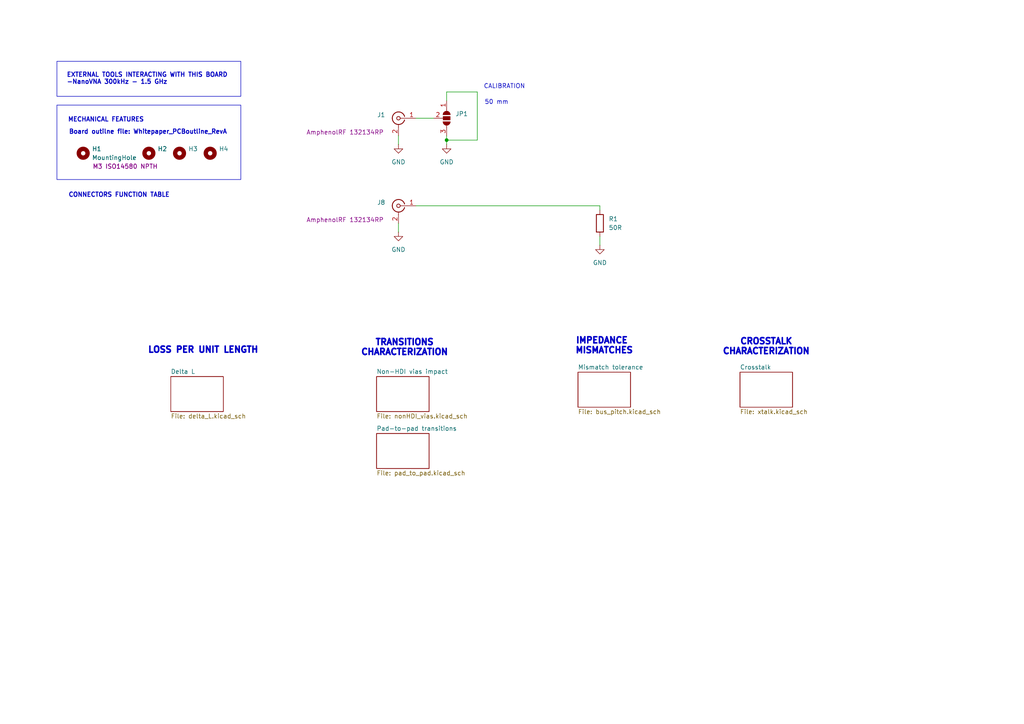
<source format=kicad_sch>
(kicad_sch (version 20250114) (generator "eeschema") (generator_version "9.0")
  (paper "A4")
  (title_block (title "\"Key\" - TL Characterization Test Board") (date "2026-02-01") (rev "B") (company "GHM") (comment 1 "Vendor: JLC PCB, Stackup JLC04161H-7628, $7") (comment 2 "Standard PCB process. 50R impedance control."))
  (lib_symbols
    (symbol "Connector:Conn_Coaxial" (pin_names (offset 1.016) (hide yes))
      (property "Reference" "J" (at 0.254 3.048 0))
      (property "Value" "Conn_Coaxial" (at 2.921 0 90))
      (symbol "Conn_Coaxial_0_1"
        (polyline (pts (xy -2.54 0) (xy -0.508 0)))
        (arc (start 1.778 0) (mid 0.222 -1.8079) (end -1.778 -0.508) (stroke (width 0.254)))
        (arc (start -1.778 0.508) (mid 0.2221 1.8084) (end 1.778 0) (stroke (width 0.254)))
        (circle (center 0 0) (radius 0.508) (stroke (width 0.2032)))
        (polyline (pts (xy 0 -2.54) (xy 0 -1.778)))
      )
      (symbol "Conn_Coaxial_1_1"
        (pin passive line (at -5.08 0 0) (length 2.54) (name "In") (number "1"))
        (pin passive line (at 0 -5.08 90) (length 2.54) (name "Ext") (number "2"))
      )
    )
    (symbol "Device:R" (pin_numbers (hide yes)) (pin_names (offset 0))
      (property "Reference" "R" (at 2.032 0 90))
      (property "Value" "R" (at 0 0 90))
      (symbol "R_0_1"
        (rectangle (start -1.016 -2.54) (end 1.016 2.54) (stroke (width 0.254)))
      )
      (symbol "R_1_1"
        (pin passive line (at 0 3.81 270) (length 1.27) (name "~") (number "1"))
        (pin passive line (at 0 -3.81 90) (length 1.27) (name "~") (number "2"))
      )
    )
    (symbol "Jumper:SolderJumper_3_Open" (pin_names (offset 0) (hide yes)) (exclude_from_sim yes) (in_bom no)
      (property "Reference" "JP" (at -2.54 -2.54 0))
      (property "Value" "SolderJumper_3_Open" (at 0 2.794 0))
      (symbol "SolderJumper_3_Open_0_1"
        (polyline (pts (xy -2.54 0) (xy -2.032 0)))
        (polyline (pts (xy -1.016 1.016) (xy -1.016 -1.016)))
        (arc (start -1.016 -1.016) (mid -2.0276 0) (end -1.016 1.016))
        (arc (start -1.016 -1.016) (mid -2.0276 0) (end -1.016 1.016) (fill (type outline)))
        (rectangle (start -0.508 1.016) (end 0.508 -1.016) (fill (type outline)))
        (polyline (pts (xy 0 -1.27) (xy 0 -1.016)))
        (arc (start 1.016 1.016) (mid 2.0276 0) (end 1.016 -1.016))
        (arc (start 1.016 1.016) (mid 2.0276 0) (end 1.016 -1.016) (fill (type outline)))
        (polyline (pts (xy 1.016 1.016) (xy 1.016 -1.016)))
        (polyline (pts (xy 2.54 0) (xy 2.032 0)))
      )
      (symbol "SolderJumper_3_Open_1_1"
        (pin passive line (at -5.08 0 0) (length 2.54) (name "A") (number "1"))
        (pin passive line (at 0 -3.81 90) (length 2.54) (name "C") (number "2"))
        (pin passive line (at 5.08 0 180) (length 2.54) (name "B") (number "3"))
      )
    )
    (symbol "Mechanical:MountingHole" (pin_names (offset 1.016)) (exclude_from_sim yes) (in_bom no)
      (property "Reference" "H" (at 0 5.08 0))
      (property "Value" "MountingHole" (at 0 3.175 0))
      (symbol "MountingHole_0_1"
        (circle (center 0 0) (radius 1.27) (stroke (width 1.27)))
      )
    )
    (symbol "power:GND" (power) (pin_numbers (hide yes)) (pin_names (offset 0) (hide yes))
      (property "Value" "GND" (at 0 -3.81 0))
      (symbol "GND_0_1"
        (polyline (pts (xy 0 0) (xy 0 -1.27) (xy 1.27 -1.27) (xy 0 -2.54) (xy -1.27 -1.27) (xy 0 -1.27)))
      )
      (symbol "GND_1_1"
        (pin power_in line (at 0 0 270) (length 0) (name "~") (number "1"))
      )
    )
  )
  (rectangle (start 16.51 30.48) (end 69.85 52.07))
  (rectangle (start 16.51 17.78) (end 69.85 27.94))
  (text "TRANSITIONS\nCHARACTERIZATION" (at 117.348 100.838 0) (effects (font (size 1.778 1.778) (thickness 1.016) (bold yes))))
  (text "MECHANICAL FEATURES" (at 30.734 34.798 0) (effects (font (size 1.27 1.27) (thickness 0.254) (bold yes))))
  (text "LOSS PER UNIT LENGTH" (at 58.928 101.6 0) (effects (font (size 1.778 1.778) (thickness 1.016) (bold yes))))
  (text "IMPEDANCE \nMISMATCHES" (at 175.26 100.33 0) (effects (font (size 1.778 1.778) (thickness 1.016) (bold yes))))
  (text "Board outilne file: Whitepaper_PCBoutline_RevA" (at 42.926 38.354 0) (effects (font (size 1.27 1.27) (thickness 0.254) (bold yes))))
  (text "EXTERNAL TOOLS INTERACTING WITH THIS BOARD\n-NanoVNA 300kHz - 1.5 GHz" (at 19.304 22.86 0) (effects (font (size 1.27 1.27) (thickness 0.254) (bold yes)) (justify left)))
  (text "50 mm" (at 144.018 29.718 0) (effects (font (size 1.27 1.27))))
  (text "CROSSTALK\nCHARACTERIZATION" (at 222.25 100.584 0) (effects (font (size 1.778 1.778) (thickness 1.016) (bold yes))))
  (text "CONNECTORS FUNCTION TABLE\n" (at 34.544 56.642 0) (effects (font (size 1.27 1.27) (thickness 0.254) (bold yes))))
  (text "CALIBRATION" (at 146.304 25.146 0) (effects (font (size 1.27 1.27))))
  (junction (at 129.54 40.64))
  (wire (pts (xy 129.54 26.67) (xy 138.43 26.67)))
  (wire (pts (xy 138.43 40.64) (xy 129.54 40.64)))
  (wire (pts (xy 173.99 59.69) (xy 173.99 60.96)))
  (wire (pts (xy 138.43 26.67) (xy 138.43 40.64)))
  (wire (pts (xy 115.57 39.37) (xy 115.57 41.91)))
  (wire (pts (xy 129.54 29.21) (xy 129.54 26.67)))
  (wire (pts (xy 129.54 39.37) (xy 129.54 40.64)))
  (wire (pts (xy 115.57 64.77) (xy 115.57 67.31)))
  (wire (pts (xy 120.65 34.29) (xy 125.73 34.29)))
  (wire (pts (xy 173.99 68.58) (xy 173.99 71.12)))
  (wire (pts (xy 120.65 59.69) (xy 173.99 59.69)))
  (wire (pts (xy 129.54 40.64) (xy 129.54 41.91)))
  (symbol (lib_id "power:GND") (at 173.99 71.12 0) (mirror y) (unit 1)
    (property "Reference" "#PWR010" (effects (hide yes)))
    (property "Value" "GND" (at 173.99 76.2 0))
    (property "Description" "Power symbol creates a global label with name \"GND\" , ground" (effects (hide yes)))
  )
  (symbol (lib_id "Mechanical:MountingHole") (at 43.18 44.45 0) (unit 1) (exclude_from_sim yes) (in_bom no)
    (property "Reference" "H2" (at 45.72 43.1799 0) (effects (justify left)))
    (property "Value" "MountingHole" (effects (hide yes)))
    (property "Footprint" "MountingHole:MountingHole_3.2mm_M3_ISO14580" (effects (hide yes)))
    (property "Description" "Mounting Hole without connection" (effects (hide yes)))
  )
  (symbol (lib_id "Connector:Conn_Coaxial") (at 115.57 59.69 0) (mirror y) (unit 1) (exclude_from_sim yes)
    (property "Reference" "J8" (at 111.76 58.7131 0) (effects (justify left)))
    (property "Value" "Conn_Coaxial" (effects (hide yes)))
    (property "Footprint" "Library:SMA" (effects (hide yes)))
    (property "Datasheet" "https://www.digikey.com/en/products/detail/amphenol-rf/132134RP/1011908" (effects (hide yes)))
    (property "Description" "AmphenolRF 132134RP" (at 100.076 63.754 0))
  )
  (symbol (lib_id "power:GND") (at 115.57 41.91 0) (unit 1)
    (property "Reference" "#PWR01" (effects (hide yes)))
    (property "Value" "GND" (at 115.57 46.99 0))
    (property "Description" "Power symbol creates a global label with name \"GND\" , ground" (effects (hide yes)))
  )
  (symbol (lib_id "Connector:Conn_Coaxial") (at 115.57 34.29 0) (mirror y) (unit 1) (exclude_from_sim yes)
    (property "Reference" "J1" (at 111.76 33.3131 0) (effects (justify left)))
    (property "Value" "Conn_Coaxial" (effects (hide yes)))
    (property "Footprint" "Library:SMA" (effects (hide yes)))
    (property "Datasheet" "https://www.digikey.com/en/products/detail/amphenol-rf/132134RP/1011908" (effects (hide yes)))
    (property "Description" "AmphenolRF 132134RP" (at 100.076 38.354 0))
  )
  (symbol (lib_id "power:GND") (at 115.57 67.31 0) (unit 1)
    (property "Reference" "#PWR07" (effects (hide yes)))
    (property "Value" "GND" (at 115.57 72.39 0))
    (property "Description" "Power symbol creates a global label with name \"GND\" , ground" (effects (hide yes)))
  )
  (symbol (lib_id "Jumper:SolderJumper_3_Open") (at 129.54 34.29 270) (unit 1) (exclude_from_sim yes) (in_bom no)
    (property "Reference" "JP1" (at 132.08 33.0199 90) (effects (justify left)))
    (property "Value" "SolderJumper_3_Open" (effects (hide yes)))
    (property "Footprint" "Jumper:SolderJumper-3_P1.3mm_Open_Pad1.0x1.5mm" (effects (hide yes)))
    (property "Description" "Solder Jumper, 3-pole, open" (effects (hide yes)))
  )
  (symbol (lib_id "power:GND") (at 129.54 41.91 0) (unit 1)
    (property "Reference" "#PWR02" (effects (hide yes)))
    (property "Value" "GND" (at 129.54 46.99 0))
    (property "Description" "Power symbol creates a global label with name \"GND\" , ground" (effects (hide yes)))
  )
  (symbol (lib_id "Mechanical:MountingHole") (at 24.13 44.45 0) (unit 1) (exclude_from_sim yes) (in_bom no)
    (property "Reference" "H1" (at 26.67 43.1799 0) (effects (justify left)))
    (property "Value" "MountingHole" (at 26.67 45.7199 0) (effects (justify left)))
    (property "Footprint" "MountingHole:MountingHole_3.2mm_M3_ISO14580" (effects (hide yes)))
    (property "Description" "M3 ISO14580 NPTH" (at 36.322 48.26 0))
  )
  (symbol (lib_id "Mechanical:MountingHole") (at 60.96 44.45 0) (unit 1) (exclude_from_sim yes) (in_bom no)
    (property "Reference" "H4" (at 63.5 43.1799 0) (effects (justify left)))
    (property "Value" "MountingHole" (effects (hide yes)))
    (property "Footprint" "MountingHole:MountingHole_3.2mm_M3_ISO14580" (effects (hide yes)))
    (property "Description" "Mounting Hole without connection" (effects (hide yes)))
  )
  (symbol (lib_id "Mechanical:MountingHole") (at 52.07 44.45 0) (unit 1) (exclude_from_sim yes) (in_bom no)
    (property "Reference" "H3" (at 54.61 43.1799 0) (effects (justify left)))
    (property "Value" "MountingHole" (effects (hide yes)))
    (property "Footprint" "MountingHole:MountingHole_3.2mm_M3_ISO14580" (effects (hide yes)))
    (property "Description" "Mounting Hole without connection" (effects (hide yes)))
  )
  (symbol (lib_id "Device:R") (at 173.99 64.77 0) (unit 1)
    (property "Reference" "R1" (at 176.53 63.4999 0) (effects (justify left)))
    (property "Value" "50R" (at 176.53 66.0399 0) (effects (justify left)))
    (property "Footprint" "Resistor_SMD:R_0603_1608Metric" (effects (hide yes)))
    (property "Description" "Resistor" (effects (hide yes)))
  )
  (sheet (at 49.53 109.22) (size 15.24 10.16) (stroke (width 0.1524))
    (property "Sheetname" "Delta L" (at 49.53 108.5084 0) (effects (justify left bottom)))
    (property "Sheetfile" "delta_L.kicad_sch" (at 49.53 119.9646 0) (effects (justify left top)))
  )
  (sheet (at 109.22 125.73) (size 15.24 10.16) (stroke (width 0.1524))
    (property "Sheetname" "Pad-to-pad transitions" (at 109.22 125.0184 0) (effects (justify left bottom)))
    (property "Sheetfile" "pad_to_pad.kicad_sch" (at 109.22 136.4746 0) (effects (justify left top)))
  )
  (sheet (at 214.63 107.95) (size 15.24 10.16) (stroke (width 0.1524))
    (property "Sheetname" "Crosstalk" (at 214.63 107.2384 0) (effects (justify left bottom)))
    (property "Sheetfile" "xtalk.kicad_sch" (at 214.63 118.6946 0) (effects (justify left top)))
  )
  (sheet (at 167.64 107.95) (size 15.24 10.16) (stroke (width 0.1524))
    (property "Sheetname" "Mismatch tolerance" (at 167.64 107.2384 0) (effects (justify left bottom)))
    (property "Sheetfile" "bus_pitch.kicad_sch" (at 167.64 118.6946 0) (effects (justify left top)))
  )
  (sheet (at 109.22 109.22) (size 15.24 10.16) (stroke (width 0.1524))
    (property "Sheetname" "Non-HDI vias impact" (at 109.22 108.5084 0) (effects (justify left bottom)))
    (property "Sheetfile" "nonHDI_vias.kicad_sch" (at 109.22 119.9646 0) (effects (justify left top)))
  )
)
</source>
